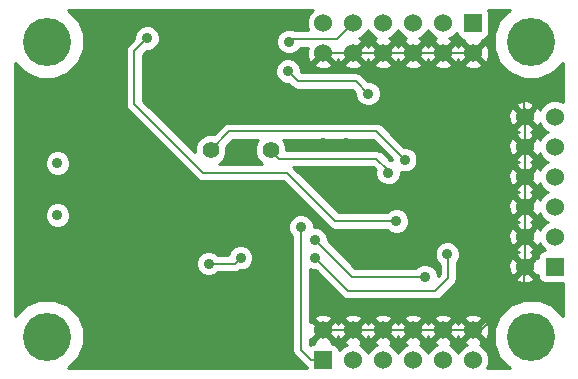
<source format=gbl>
G04 (created by PCBNEW-RS274X (2012-01-19 BZR 3256)-stable) date Wed 26 Sep 2012 03:22:15 PM NZST*
G01*
G70*
G90*
%MOIN*%
G04 Gerber Fmt 3.4, Leading zero omitted, Abs format*
%FSLAX34Y34*%
G04 APERTURE LIST*
%ADD10C,0.006000*%
%ADD11R,0.060000X0.060000*%
%ADD12C,0.060000*%
%ADD13C,0.056000*%
%ADD14C,0.160000*%
%ADD15C,0.035400*%
%ADD16C,0.035000*%
%ADD17C,0.008000*%
%ADD18C,0.010000*%
G04 APERTURE END LIST*
G54D10*
G54D11*
X48296Y-28877D03*
G54D12*
X47296Y-28877D03*
X48296Y-27877D03*
X47296Y-27877D03*
X48296Y-26877D03*
X47296Y-26877D03*
X48296Y-25877D03*
X47296Y-25877D03*
X48296Y-24877D03*
X47296Y-24877D03*
X48296Y-23877D03*
X47296Y-23877D03*
G54D11*
X40571Y-31995D03*
G54D12*
X40571Y-30995D03*
X41571Y-31995D03*
X41571Y-30995D03*
X42571Y-31995D03*
X42571Y-30995D03*
X43571Y-31995D03*
X43571Y-30995D03*
X44571Y-31995D03*
X44571Y-30995D03*
X45571Y-31995D03*
X45571Y-30995D03*
G54D11*
X45571Y-20759D03*
G54D12*
X45571Y-21759D03*
X44571Y-20759D03*
X44571Y-21759D03*
X43571Y-20759D03*
X43571Y-21759D03*
X42571Y-20759D03*
X42571Y-21759D03*
X41571Y-20759D03*
X41571Y-21759D03*
X40571Y-20759D03*
X40571Y-21759D03*
G54D13*
X36823Y-24995D03*
X38823Y-24995D03*
G54D14*
X47508Y-31216D03*
X31366Y-21374D03*
X47508Y-21374D03*
X31366Y-31216D03*
G54D15*
X31720Y-27161D03*
X31720Y-25429D03*
G54D16*
X44713Y-28460D03*
X40303Y-28578D03*
X40303Y-27988D03*
X43965Y-29208D03*
X39437Y-21374D03*
X39397Y-22358D03*
X42075Y-23106D03*
X34712Y-21256D03*
X43020Y-27358D03*
X39831Y-27554D03*
X30775Y-23146D03*
X32941Y-31807D03*
X30775Y-29642D03*
X38138Y-31965D03*
X35303Y-20587D03*
X33138Y-20783D03*
X39437Y-31453D03*
X33610Y-28303D03*
X33610Y-28933D03*
X37823Y-27200D03*
X36288Y-23421D03*
X40303Y-29130D03*
X40579Y-24760D03*
X40579Y-23421D03*
X41327Y-24760D03*
X34752Y-26216D03*
X37862Y-24957D03*
X39673Y-23421D03*
X41366Y-23421D03*
X43295Y-25310D03*
X36760Y-28775D03*
X37823Y-28578D03*
X42744Y-25743D03*
G54D17*
X44320Y-29680D02*
X41405Y-29680D01*
X44752Y-29248D02*
X44320Y-29680D01*
X44752Y-28499D02*
X44752Y-29248D01*
X44713Y-28460D02*
X44752Y-28499D01*
X41405Y-29680D02*
X40303Y-28578D01*
X40304Y-27988D02*
X40303Y-27988D01*
X41524Y-29208D02*
X40304Y-27988D01*
X43965Y-29208D02*
X41524Y-29208D01*
X41043Y-21287D02*
X39524Y-21287D01*
X39524Y-21287D02*
X39437Y-21374D01*
X41035Y-21295D02*
X41043Y-21287D01*
X41043Y-21287D02*
X41571Y-20759D01*
X39732Y-22693D02*
X39397Y-22358D01*
X41662Y-22693D02*
X42075Y-23106D01*
X41642Y-22673D02*
X41662Y-22693D01*
X41662Y-22693D02*
X39732Y-22693D01*
X41563Y-27358D02*
X40972Y-27358D01*
X34279Y-21689D02*
X34712Y-21256D01*
X34279Y-23460D02*
X34279Y-21689D01*
X36563Y-25744D02*
X34279Y-23460D01*
X39358Y-25744D02*
X36563Y-25744D01*
X40972Y-27358D02*
X39358Y-25744D01*
X43020Y-27358D02*
X41563Y-27358D01*
X41563Y-27358D02*
X41524Y-27358D01*
X40177Y-31995D02*
X39831Y-31649D01*
X39831Y-31649D02*
X39831Y-27554D01*
X40571Y-31995D02*
X40177Y-31995D01*
X32351Y-29642D02*
X30775Y-29642D01*
X32941Y-30232D02*
X32351Y-29642D01*
X32941Y-31807D02*
X32941Y-30232D01*
X30775Y-29642D02*
X30775Y-23146D01*
X33138Y-20783D02*
X33334Y-20587D01*
X35303Y-20587D02*
X33334Y-20587D01*
X39437Y-31453D02*
X39437Y-31492D01*
X40571Y-21759D02*
X41571Y-21759D01*
X45658Y-21759D02*
X45571Y-21759D01*
X44571Y-21759D02*
X45571Y-21759D01*
X44571Y-30995D02*
X45571Y-30995D01*
X45571Y-30995D02*
X45586Y-30980D01*
X47296Y-26877D02*
X47296Y-27877D01*
X47296Y-27877D02*
X47296Y-28877D01*
X47296Y-28877D02*
X47272Y-28901D01*
X47272Y-28901D02*
X47272Y-29562D01*
X47272Y-29562D02*
X45839Y-30995D01*
X45839Y-30995D02*
X45571Y-30995D01*
X43571Y-21759D02*
X44571Y-21759D01*
X42571Y-21759D02*
X43571Y-21759D01*
X40571Y-30995D02*
X41571Y-30995D01*
X41571Y-30995D02*
X42571Y-30995D01*
X42571Y-30995D02*
X43571Y-30995D01*
X43571Y-30995D02*
X44571Y-30995D01*
X41571Y-21759D02*
X42571Y-21759D01*
X37823Y-27200D02*
X35146Y-27200D01*
X41327Y-24760D02*
X40579Y-24760D01*
X34752Y-26806D02*
X34752Y-26216D01*
X35146Y-27200D02*
X34752Y-26806D01*
X36288Y-23421D02*
X36272Y-23405D01*
X47284Y-23385D02*
X45658Y-21759D01*
X47284Y-23865D02*
X47284Y-23385D01*
X47296Y-23877D02*
X47284Y-23865D01*
X47296Y-24877D02*
X47296Y-23877D01*
X47296Y-26877D02*
X47296Y-25877D01*
X47296Y-25877D02*
X47296Y-24877D01*
X40579Y-23421D02*
X41366Y-23421D01*
X39673Y-23421D02*
X40579Y-23421D01*
X43295Y-25310D02*
X42350Y-24365D01*
X42350Y-24365D02*
X37453Y-24365D01*
X37453Y-24365D02*
X36823Y-24995D01*
X37626Y-28775D02*
X36760Y-28775D01*
X37823Y-28578D02*
X37626Y-28775D01*
X42744Y-25743D02*
X42744Y-25666D01*
X39100Y-25272D02*
X38823Y-24995D01*
X42350Y-25272D02*
X39100Y-25272D01*
X42744Y-25666D02*
X42350Y-25272D01*
G54D10*
G36*
X38546Y-25454D02*
X37098Y-25454D01*
X37123Y-25444D01*
X37272Y-25296D01*
X37353Y-25101D01*
X37353Y-24890D01*
X37348Y-24879D01*
X37573Y-24655D01*
X38413Y-24655D01*
X38374Y-24694D01*
X38293Y-24889D01*
X38293Y-25100D01*
X38374Y-25295D01*
X38522Y-25444D01*
X38546Y-25454D01*
X38546Y-25454D01*
G37*
G54D18*
X38546Y-25454D02*
X37098Y-25454D01*
X37123Y-25444D01*
X37272Y-25296D01*
X37353Y-25101D01*
X37353Y-24890D01*
X37348Y-24879D01*
X37573Y-24655D01*
X38413Y-24655D01*
X38374Y-24694D01*
X38293Y-24889D01*
X38293Y-25100D01*
X38374Y-25295D01*
X38522Y-25444D01*
X38546Y-25454D01*
G54D10*
G36*
X42870Y-25335D02*
X42829Y-25318D01*
X42806Y-25318D01*
X42555Y-25067D01*
X42461Y-25004D01*
X42350Y-24982D01*
X39353Y-24982D01*
X39353Y-24890D01*
X39272Y-24695D01*
X39232Y-24655D01*
X42230Y-24655D01*
X42870Y-25295D01*
X42870Y-25335D01*
X42870Y-25335D01*
G37*
G54D18*
X42870Y-25335D02*
X42829Y-25318D01*
X42806Y-25318D01*
X42555Y-25067D01*
X42461Y-25004D01*
X42350Y-24982D01*
X39353Y-24982D01*
X39353Y-24890D01*
X39272Y-24695D01*
X39232Y-24655D01*
X42230Y-24655D01*
X42870Y-25295D01*
X42870Y-25335D01*
G54D10*
G36*
X48561Y-30510D02*
X48214Y-30162D01*
X47757Y-29973D01*
X47604Y-29972D01*
X47604Y-29255D01*
X47296Y-28948D01*
X47225Y-29018D01*
X47225Y-28877D01*
X46918Y-28569D01*
X46824Y-28596D01*
X46753Y-28798D01*
X46764Y-29011D01*
X46824Y-29158D01*
X46918Y-29185D01*
X47225Y-28877D01*
X47225Y-29018D01*
X46988Y-29255D01*
X47015Y-29349D01*
X47217Y-29420D01*
X47430Y-29409D01*
X47577Y-29349D01*
X47604Y-29255D01*
X47604Y-29972D01*
X47262Y-29972D01*
X46805Y-30161D01*
X46454Y-30510D01*
X46265Y-30967D01*
X46264Y-31462D01*
X46453Y-31919D01*
X46801Y-32269D01*
X46051Y-32269D01*
X46120Y-32104D01*
X46120Y-31886D01*
X46114Y-31871D01*
X46114Y-31074D01*
X46114Y-21838D01*
X46103Y-21625D01*
X46043Y-21478D01*
X45949Y-21451D01*
X45642Y-21759D01*
X45949Y-22067D01*
X46043Y-22040D01*
X46114Y-21838D01*
X46114Y-31074D01*
X46103Y-30861D01*
X46043Y-30714D01*
X45949Y-30687D01*
X45879Y-30757D01*
X45879Y-30617D01*
X45879Y-22137D01*
X45571Y-21830D01*
X45500Y-21900D01*
X45500Y-21759D01*
X45193Y-21451D01*
X45099Y-21478D01*
X45073Y-21551D01*
X45043Y-21478D01*
X44949Y-21451D01*
X44642Y-21759D01*
X44949Y-22067D01*
X45043Y-22040D01*
X45068Y-21966D01*
X45099Y-22040D01*
X45193Y-22067D01*
X45500Y-21759D01*
X45500Y-21900D01*
X45263Y-22137D01*
X45290Y-22231D01*
X45492Y-22302D01*
X45705Y-22291D01*
X45852Y-22231D01*
X45879Y-22137D01*
X45879Y-30617D01*
X45852Y-30523D01*
X45650Y-30452D01*
X45437Y-30463D01*
X45290Y-30523D01*
X45263Y-30617D01*
X45571Y-30924D01*
X45879Y-30617D01*
X45879Y-30757D01*
X45642Y-30995D01*
X45949Y-31303D01*
X46043Y-31276D01*
X46114Y-31074D01*
X46114Y-31871D01*
X46036Y-31684D01*
X45882Y-31530D01*
X45790Y-31492D01*
X45852Y-31467D01*
X45879Y-31373D01*
X45571Y-31066D01*
X45500Y-31136D01*
X45500Y-30995D01*
X45193Y-30687D01*
X45099Y-30714D01*
X45073Y-30787D01*
X45043Y-30714D01*
X44949Y-30687D01*
X44879Y-30757D01*
X44879Y-30617D01*
X44852Y-30523D01*
X44650Y-30452D01*
X44437Y-30463D01*
X44290Y-30523D01*
X44263Y-30617D01*
X44571Y-30924D01*
X44879Y-30617D01*
X44879Y-30757D01*
X44642Y-30995D01*
X44949Y-31303D01*
X45043Y-31276D01*
X45068Y-31202D01*
X45099Y-31276D01*
X45193Y-31303D01*
X45500Y-30995D01*
X45500Y-31136D01*
X45263Y-31373D01*
X45290Y-31467D01*
X45355Y-31490D01*
X45260Y-31530D01*
X45106Y-31684D01*
X45071Y-31768D01*
X45036Y-31684D01*
X44882Y-31530D01*
X44790Y-31492D01*
X44852Y-31467D01*
X44879Y-31373D01*
X44571Y-31066D01*
X44500Y-31136D01*
X44500Y-30995D01*
X44193Y-30687D01*
X44099Y-30714D01*
X44073Y-30787D01*
X44043Y-30714D01*
X43949Y-30687D01*
X43879Y-30757D01*
X43879Y-30617D01*
X43852Y-30523D01*
X43650Y-30452D01*
X43437Y-30463D01*
X43290Y-30523D01*
X43263Y-30617D01*
X43571Y-30924D01*
X43879Y-30617D01*
X43879Y-30757D01*
X43642Y-30995D01*
X43949Y-31303D01*
X44043Y-31276D01*
X44068Y-31202D01*
X44099Y-31276D01*
X44193Y-31303D01*
X44500Y-30995D01*
X44500Y-31136D01*
X44263Y-31373D01*
X44290Y-31467D01*
X44355Y-31490D01*
X44260Y-31530D01*
X44106Y-31684D01*
X44071Y-31768D01*
X44036Y-31684D01*
X43882Y-31530D01*
X43790Y-31492D01*
X43852Y-31467D01*
X43879Y-31373D01*
X43571Y-31066D01*
X43500Y-31136D01*
X43500Y-30995D01*
X43193Y-30687D01*
X43099Y-30714D01*
X43073Y-30787D01*
X43043Y-30714D01*
X42949Y-30687D01*
X42879Y-30757D01*
X42879Y-30617D01*
X42852Y-30523D01*
X42650Y-30452D01*
X42437Y-30463D01*
X42290Y-30523D01*
X42263Y-30617D01*
X42571Y-30924D01*
X42879Y-30617D01*
X42879Y-30757D01*
X42642Y-30995D01*
X42949Y-31303D01*
X43043Y-31276D01*
X43068Y-31202D01*
X43099Y-31276D01*
X43193Y-31303D01*
X43500Y-30995D01*
X43500Y-31136D01*
X43263Y-31373D01*
X43290Y-31467D01*
X43355Y-31490D01*
X43260Y-31530D01*
X43106Y-31684D01*
X43071Y-31768D01*
X43036Y-31684D01*
X42882Y-31530D01*
X42790Y-31492D01*
X42852Y-31467D01*
X42879Y-31373D01*
X42571Y-31066D01*
X42500Y-31136D01*
X42500Y-30995D01*
X42193Y-30687D01*
X42099Y-30714D01*
X42073Y-30787D01*
X42043Y-30714D01*
X41949Y-30687D01*
X41879Y-30757D01*
X41879Y-30617D01*
X41852Y-30523D01*
X41650Y-30452D01*
X41437Y-30463D01*
X41290Y-30523D01*
X41263Y-30617D01*
X41571Y-30924D01*
X41879Y-30617D01*
X41879Y-30757D01*
X41642Y-30995D01*
X41949Y-31303D01*
X42043Y-31276D01*
X42068Y-31202D01*
X42099Y-31276D01*
X42193Y-31303D01*
X42500Y-30995D01*
X42500Y-31136D01*
X42263Y-31373D01*
X42290Y-31467D01*
X42355Y-31490D01*
X42260Y-31530D01*
X42106Y-31684D01*
X42071Y-31768D01*
X42036Y-31684D01*
X41882Y-31530D01*
X41790Y-31492D01*
X41852Y-31467D01*
X41879Y-31373D01*
X41571Y-31066D01*
X41500Y-31136D01*
X41500Y-30995D01*
X41193Y-30687D01*
X41099Y-30714D01*
X41073Y-30787D01*
X41043Y-30714D01*
X40949Y-30687D01*
X40879Y-30757D01*
X40879Y-30617D01*
X40852Y-30523D01*
X40650Y-30452D01*
X40437Y-30463D01*
X40290Y-30523D01*
X40263Y-30617D01*
X40571Y-30924D01*
X40879Y-30617D01*
X40879Y-30757D01*
X40642Y-30995D01*
X40949Y-31303D01*
X41043Y-31276D01*
X41068Y-31202D01*
X41099Y-31276D01*
X41193Y-31303D01*
X41500Y-30995D01*
X41500Y-31136D01*
X41263Y-31373D01*
X41290Y-31467D01*
X41355Y-31490D01*
X41260Y-31530D01*
X41120Y-31670D01*
X41120Y-31646D01*
X41082Y-31554D01*
X41012Y-31484D01*
X40921Y-31446D01*
X40858Y-31446D01*
X40879Y-31373D01*
X40571Y-31066D01*
X40263Y-31373D01*
X40283Y-31446D01*
X40222Y-31446D01*
X40130Y-31484D01*
X40121Y-31493D01*
X40121Y-31282D01*
X40193Y-31303D01*
X40500Y-30995D01*
X40193Y-30687D01*
X40121Y-30707D01*
X40121Y-28962D01*
X40218Y-29003D01*
X40318Y-29003D01*
X41200Y-29885D01*
X41294Y-29948D01*
X41405Y-29970D01*
X44320Y-29970D01*
X44431Y-29948D01*
X44525Y-29885D01*
X44956Y-29454D01*
X44956Y-29453D01*
X44957Y-29453D01*
X45019Y-29360D01*
X45020Y-29359D01*
X45041Y-29249D01*
X45042Y-29248D01*
X45042Y-28732D01*
X45073Y-28701D01*
X45138Y-28545D01*
X45138Y-28376D01*
X45074Y-28220D01*
X44954Y-28100D01*
X44879Y-28068D01*
X44879Y-22137D01*
X44571Y-21830D01*
X44500Y-21900D01*
X44500Y-21759D01*
X44193Y-21451D01*
X44099Y-21478D01*
X44073Y-21551D01*
X44043Y-21478D01*
X43949Y-21451D01*
X43642Y-21759D01*
X43949Y-22067D01*
X44043Y-22040D01*
X44068Y-21966D01*
X44099Y-22040D01*
X44193Y-22067D01*
X44500Y-21759D01*
X44500Y-21900D01*
X44263Y-22137D01*
X44290Y-22231D01*
X44492Y-22302D01*
X44705Y-22291D01*
X44852Y-22231D01*
X44879Y-22137D01*
X44879Y-28068D01*
X44798Y-28035D01*
X44629Y-28035D01*
X44473Y-28099D01*
X44353Y-28219D01*
X44288Y-28375D01*
X44288Y-28544D01*
X44352Y-28700D01*
X44462Y-28810D01*
X44462Y-29128D01*
X44390Y-29200D01*
X44390Y-29124D01*
X44326Y-28968D01*
X44206Y-28848D01*
X44050Y-28783D01*
X43881Y-28783D01*
X43879Y-28783D01*
X43879Y-22137D01*
X43571Y-21830D01*
X43500Y-21900D01*
X43500Y-21759D01*
X43193Y-21451D01*
X43099Y-21478D01*
X43073Y-21551D01*
X43043Y-21478D01*
X42949Y-21451D01*
X42642Y-21759D01*
X42949Y-22067D01*
X43043Y-22040D01*
X43068Y-21966D01*
X43099Y-22040D01*
X43193Y-22067D01*
X43500Y-21759D01*
X43500Y-21900D01*
X43263Y-22137D01*
X43290Y-22231D01*
X43492Y-22302D01*
X43705Y-22291D01*
X43852Y-22231D01*
X43879Y-22137D01*
X43879Y-28783D01*
X43725Y-28847D01*
X43720Y-28852D01*
X43720Y-25395D01*
X43720Y-25226D01*
X43656Y-25070D01*
X43536Y-24950D01*
X43380Y-24885D01*
X43280Y-24885D01*
X42879Y-24484D01*
X42879Y-22137D01*
X42571Y-21830D01*
X42500Y-21900D01*
X42500Y-21759D01*
X42193Y-21451D01*
X42099Y-21478D01*
X42073Y-21551D01*
X42043Y-21478D01*
X41949Y-21451D01*
X41642Y-21759D01*
X41949Y-22067D01*
X42043Y-22040D01*
X42068Y-21966D01*
X42099Y-22040D01*
X42193Y-22067D01*
X42500Y-21759D01*
X42500Y-21900D01*
X42263Y-22137D01*
X42290Y-22231D01*
X42492Y-22302D01*
X42705Y-22291D01*
X42852Y-22231D01*
X42879Y-22137D01*
X42879Y-24484D01*
X42555Y-24160D01*
X42500Y-24123D01*
X42500Y-23191D01*
X42500Y-23022D01*
X42436Y-22866D01*
X42316Y-22746D01*
X42160Y-22681D01*
X42060Y-22681D01*
X41879Y-22500D01*
X41879Y-22137D01*
X41571Y-21830D01*
X41263Y-22137D01*
X41290Y-22231D01*
X41492Y-22302D01*
X41705Y-22291D01*
X41852Y-22231D01*
X41879Y-22137D01*
X41879Y-22500D01*
X41867Y-22488D01*
X41847Y-22468D01*
X41753Y-22405D01*
X41642Y-22383D01*
X41541Y-22403D01*
X40879Y-22403D01*
X40879Y-22137D01*
X40571Y-21830D01*
X40263Y-22137D01*
X40290Y-22231D01*
X40492Y-22302D01*
X40705Y-22291D01*
X40852Y-22231D01*
X40879Y-22137D01*
X40879Y-22403D01*
X39852Y-22403D01*
X39822Y-22372D01*
X39822Y-22274D01*
X39758Y-22118D01*
X39638Y-21998D01*
X39482Y-21933D01*
X39313Y-21933D01*
X39157Y-21997D01*
X39037Y-22117D01*
X38972Y-22273D01*
X38972Y-22442D01*
X39036Y-22598D01*
X39156Y-22718D01*
X39312Y-22783D01*
X39411Y-22783D01*
X39526Y-22898D01*
X39527Y-22898D01*
X39589Y-22939D01*
X39620Y-22960D01*
X39621Y-22961D01*
X39731Y-22982D01*
X39732Y-22983D01*
X41542Y-22983D01*
X41650Y-23091D01*
X41650Y-23190D01*
X41714Y-23346D01*
X41834Y-23466D01*
X41990Y-23531D01*
X42159Y-23531D01*
X42315Y-23467D01*
X42435Y-23347D01*
X42500Y-23191D01*
X42500Y-24123D01*
X42461Y-24097D01*
X42350Y-24075D01*
X37453Y-24075D01*
X37342Y-24097D01*
X37248Y-24160D01*
X37247Y-24160D01*
X37247Y-24161D01*
X36938Y-24469D01*
X36929Y-24465D01*
X36718Y-24465D01*
X36523Y-24546D01*
X36374Y-24694D01*
X36293Y-24889D01*
X36293Y-25064D01*
X34569Y-23340D01*
X34569Y-21809D01*
X34697Y-21681D01*
X34796Y-21681D01*
X34952Y-21617D01*
X35072Y-21497D01*
X35137Y-21341D01*
X35137Y-21172D01*
X35073Y-21016D01*
X34953Y-20896D01*
X34797Y-20831D01*
X34628Y-20831D01*
X34472Y-20895D01*
X34352Y-21015D01*
X34287Y-21171D01*
X34287Y-21271D01*
X34074Y-21484D01*
X34011Y-21578D01*
X33989Y-21689D01*
X33989Y-23460D01*
X34011Y-23571D01*
X34074Y-23665D01*
X36358Y-25949D01*
X36452Y-26012D01*
X36563Y-26034D01*
X39238Y-26034D01*
X40767Y-27563D01*
X40861Y-27626D01*
X40972Y-27648D01*
X41524Y-27648D01*
X41563Y-27648D01*
X42709Y-27648D01*
X42779Y-27718D01*
X42935Y-27783D01*
X43104Y-27783D01*
X43260Y-27719D01*
X43380Y-27599D01*
X43445Y-27443D01*
X43445Y-27274D01*
X43381Y-27118D01*
X43261Y-26998D01*
X43105Y-26933D01*
X42936Y-26933D01*
X42780Y-26997D01*
X42709Y-27068D01*
X41563Y-27068D01*
X41524Y-27068D01*
X41092Y-27068D01*
X39586Y-25562D01*
X42230Y-25562D01*
X42321Y-25653D01*
X42319Y-25658D01*
X42319Y-25827D01*
X42383Y-25983D01*
X42503Y-26103D01*
X42659Y-26168D01*
X42828Y-26168D01*
X42984Y-26104D01*
X43104Y-25984D01*
X43169Y-25828D01*
X43169Y-25717D01*
X43210Y-25735D01*
X43379Y-25735D01*
X43535Y-25671D01*
X43655Y-25551D01*
X43720Y-25395D01*
X43720Y-28852D01*
X43654Y-28918D01*
X41644Y-28918D01*
X40728Y-28002D01*
X40728Y-27904D01*
X40664Y-27748D01*
X40544Y-27628D01*
X40388Y-27563D01*
X40256Y-27563D01*
X40256Y-27470D01*
X40192Y-27314D01*
X40072Y-27194D01*
X39916Y-27129D01*
X39747Y-27129D01*
X39591Y-27193D01*
X39471Y-27313D01*
X39406Y-27469D01*
X39406Y-27638D01*
X39470Y-27794D01*
X39541Y-27865D01*
X39541Y-31649D01*
X39563Y-31760D01*
X39626Y-31854D01*
X39972Y-32200D01*
X40022Y-32233D01*
X40022Y-32269D01*
X38248Y-32269D01*
X38248Y-28663D01*
X38248Y-28494D01*
X38184Y-28338D01*
X38064Y-28218D01*
X37908Y-28153D01*
X37739Y-28153D01*
X37583Y-28217D01*
X37463Y-28337D01*
X37401Y-28485D01*
X37071Y-28485D01*
X37001Y-28415D01*
X36845Y-28350D01*
X36676Y-28350D01*
X36520Y-28414D01*
X36400Y-28534D01*
X36335Y-28690D01*
X36335Y-28859D01*
X36399Y-29015D01*
X36519Y-29135D01*
X36675Y-29200D01*
X36844Y-29200D01*
X37000Y-29136D01*
X37071Y-29065D01*
X37626Y-29065D01*
X37737Y-29043D01*
X37796Y-29003D01*
X37907Y-29003D01*
X38063Y-28939D01*
X38183Y-28819D01*
X38248Y-28663D01*
X38248Y-32269D01*
X32071Y-32269D01*
X32420Y-31922D01*
X32609Y-31465D01*
X32610Y-30970D01*
X32421Y-30513D01*
X32147Y-30237D01*
X32147Y-27247D01*
X32147Y-27077D01*
X32147Y-25515D01*
X32147Y-25345D01*
X32082Y-25188D01*
X31963Y-25068D01*
X31806Y-25002D01*
X31636Y-25002D01*
X31479Y-25067D01*
X31359Y-25186D01*
X31293Y-25343D01*
X31293Y-25513D01*
X31358Y-25670D01*
X31477Y-25790D01*
X31634Y-25856D01*
X31804Y-25856D01*
X31961Y-25791D01*
X32081Y-25672D01*
X32147Y-25515D01*
X32147Y-27077D01*
X32082Y-26920D01*
X31963Y-26800D01*
X31806Y-26734D01*
X31636Y-26734D01*
X31479Y-26799D01*
X31359Y-26918D01*
X31293Y-27075D01*
X31293Y-27245D01*
X31358Y-27402D01*
X31477Y-27522D01*
X31634Y-27588D01*
X31804Y-27588D01*
X31961Y-27523D01*
X32081Y-27404D01*
X32147Y-27247D01*
X32147Y-30237D01*
X32072Y-30162D01*
X31615Y-29973D01*
X31120Y-29972D01*
X30663Y-30161D01*
X30313Y-30509D01*
X30313Y-22079D01*
X30660Y-22428D01*
X31117Y-22617D01*
X31612Y-22618D01*
X32069Y-22429D01*
X32420Y-22080D01*
X32609Y-21623D01*
X32610Y-21128D01*
X32421Y-20671D01*
X32072Y-20321D01*
X40233Y-20321D01*
X40106Y-20448D01*
X40022Y-20650D01*
X40022Y-20868D01*
X40075Y-20997D01*
X39637Y-20997D01*
X39522Y-20949D01*
X39353Y-20949D01*
X39197Y-21013D01*
X39077Y-21133D01*
X39012Y-21289D01*
X39012Y-21458D01*
X39076Y-21614D01*
X39196Y-21734D01*
X39352Y-21799D01*
X39521Y-21799D01*
X39677Y-21735D01*
X39797Y-21615D01*
X39812Y-21577D01*
X40064Y-21577D01*
X40028Y-21680D01*
X40039Y-21893D01*
X40099Y-22040D01*
X40193Y-22067D01*
X40465Y-21794D01*
X40500Y-21759D01*
X40571Y-21688D01*
X40642Y-21759D01*
X40677Y-21794D01*
X40949Y-22067D01*
X41043Y-22040D01*
X41068Y-21966D01*
X41099Y-22040D01*
X41193Y-22067D01*
X41465Y-21794D01*
X41500Y-21759D01*
X41571Y-21688D01*
X41606Y-21653D01*
X41879Y-21381D01*
X41852Y-21287D01*
X41786Y-21263D01*
X41882Y-21224D01*
X42036Y-21070D01*
X42071Y-20985D01*
X42106Y-21070D01*
X42260Y-21224D01*
X42351Y-21261D01*
X42290Y-21287D01*
X42263Y-21381D01*
X42571Y-21688D01*
X42879Y-21381D01*
X42852Y-21287D01*
X42786Y-21263D01*
X42882Y-21224D01*
X43036Y-21070D01*
X43071Y-20985D01*
X43106Y-21070D01*
X43260Y-21224D01*
X43351Y-21261D01*
X43290Y-21287D01*
X43263Y-21381D01*
X43571Y-21688D01*
X43879Y-21381D01*
X43852Y-21287D01*
X43786Y-21263D01*
X43882Y-21224D01*
X44036Y-21070D01*
X44071Y-20985D01*
X44106Y-21070D01*
X44260Y-21224D01*
X44351Y-21261D01*
X44290Y-21287D01*
X44263Y-21381D01*
X44571Y-21688D01*
X44879Y-21381D01*
X44852Y-21287D01*
X44786Y-21263D01*
X44882Y-21224D01*
X45022Y-21084D01*
X45022Y-21108D01*
X45060Y-21200D01*
X45130Y-21270D01*
X45221Y-21308D01*
X45283Y-21308D01*
X45263Y-21381D01*
X45571Y-21688D01*
X45879Y-21381D01*
X45858Y-21308D01*
X45920Y-21308D01*
X46012Y-21270D01*
X46082Y-21200D01*
X46120Y-21109D01*
X46120Y-21010D01*
X46120Y-20410D01*
X46083Y-20321D01*
X46802Y-20321D01*
X46454Y-20668D01*
X46265Y-21125D01*
X46264Y-21620D01*
X46453Y-22077D01*
X46802Y-22428D01*
X47259Y-22617D01*
X47754Y-22618D01*
X48211Y-22429D01*
X48561Y-22080D01*
X48561Y-23392D01*
X48405Y-23328D01*
X48187Y-23328D01*
X47985Y-23412D01*
X47831Y-23566D01*
X47793Y-23657D01*
X47768Y-23596D01*
X47674Y-23569D01*
X47604Y-23639D01*
X47604Y-23499D01*
X47577Y-23405D01*
X47375Y-23334D01*
X47162Y-23345D01*
X47015Y-23405D01*
X46988Y-23499D01*
X47296Y-23806D01*
X47604Y-23499D01*
X47604Y-23639D01*
X47367Y-23877D01*
X47674Y-24185D01*
X47768Y-24158D01*
X47791Y-24092D01*
X47831Y-24188D01*
X47985Y-24342D01*
X48069Y-24377D01*
X47985Y-24412D01*
X47831Y-24566D01*
X47793Y-24657D01*
X47768Y-24596D01*
X47674Y-24569D01*
X47604Y-24639D01*
X47604Y-24499D01*
X47577Y-24405D01*
X47503Y-24379D01*
X47577Y-24349D01*
X47604Y-24255D01*
X47296Y-23948D01*
X47225Y-24018D01*
X47225Y-23877D01*
X46918Y-23569D01*
X46824Y-23596D01*
X46753Y-23798D01*
X46764Y-24011D01*
X46824Y-24158D01*
X46918Y-24185D01*
X47225Y-23877D01*
X47225Y-24018D01*
X46988Y-24255D01*
X47015Y-24349D01*
X47088Y-24374D01*
X47015Y-24405D01*
X46988Y-24499D01*
X47296Y-24806D01*
X47604Y-24499D01*
X47604Y-24639D01*
X47367Y-24877D01*
X47674Y-25185D01*
X47768Y-25158D01*
X47791Y-25092D01*
X47831Y-25188D01*
X47985Y-25342D01*
X48069Y-25377D01*
X47985Y-25412D01*
X47831Y-25566D01*
X47793Y-25657D01*
X47768Y-25596D01*
X47674Y-25569D01*
X47604Y-25639D01*
X47604Y-25499D01*
X47577Y-25405D01*
X47503Y-25379D01*
X47577Y-25349D01*
X47604Y-25255D01*
X47296Y-24948D01*
X47225Y-25018D01*
X47225Y-24877D01*
X46918Y-24569D01*
X46824Y-24596D01*
X46753Y-24798D01*
X46764Y-25011D01*
X46824Y-25158D01*
X46918Y-25185D01*
X47225Y-24877D01*
X47225Y-25018D01*
X46988Y-25255D01*
X47015Y-25349D01*
X47088Y-25374D01*
X47015Y-25405D01*
X46988Y-25499D01*
X47296Y-25806D01*
X47604Y-25499D01*
X47604Y-25639D01*
X47367Y-25877D01*
X47674Y-26185D01*
X47768Y-26158D01*
X47791Y-26092D01*
X47831Y-26188D01*
X47985Y-26342D01*
X48069Y-26377D01*
X47985Y-26412D01*
X47831Y-26566D01*
X47793Y-26657D01*
X47768Y-26596D01*
X47674Y-26569D01*
X47604Y-26639D01*
X47604Y-26499D01*
X47577Y-26405D01*
X47503Y-26379D01*
X47577Y-26349D01*
X47604Y-26255D01*
X47296Y-25948D01*
X47225Y-26018D01*
X47225Y-25877D01*
X46918Y-25569D01*
X46824Y-25596D01*
X46753Y-25798D01*
X46764Y-26011D01*
X46824Y-26158D01*
X46918Y-26185D01*
X47225Y-25877D01*
X47225Y-26018D01*
X46988Y-26255D01*
X47015Y-26349D01*
X47088Y-26374D01*
X47015Y-26405D01*
X46988Y-26499D01*
X47296Y-26806D01*
X47604Y-26499D01*
X47604Y-26639D01*
X47367Y-26877D01*
X47674Y-27185D01*
X47768Y-27158D01*
X47791Y-27092D01*
X47831Y-27188D01*
X47985Y-27342D01*
X48069Y-27377D01*
X47985Y-27412D01*
X47831Y-27566D01*
X47793Y-27657D01*
X47768Y-27596D01*
X47674Y-27569D01*
X47604Y-27639D01*
X47604Y-27499D01*
X47577Y-27405D01*
X47503Y-27379D01*
X47577Y-27349D01*
X47604Y-27255D01*
X47296Y-26948D01*
X47225Y-27018D01*
X47225Y-26877D01*
X46918Y-26569D01*
X46824Y-26596D01*
X46753Y-26798D01*
X46764Y-27011D01*
X46824Y-27158D01*
X46918Y-27185D01*
X47225Y-26877D01*
X47225Y-27018D01*
X46988Y-27255D01*
X47015Y-27349D01*
X47088Y-27374D01*
X47015Y-27405D01*
X46988Y-27499D01*
X47296Y-27806D01*
X47604Y-27499D01*
X47604Y-27639D01*
X47367Y-27877D01*
X47674Y-28185D01*
X47768Y-28158D01*
X47791Y-28092D01*
X47831Y-28188D01*
X47971Y-28328D01*
X47947Y-28328D01*
X47855Y-28366D01*
X47785Y-28436D01*
X47747Y-28527D01*
X47747Y-28589D01*
X47674Y-28569D01*
X47604Y-28639D01*
X47604Y-28499D01*
X47577Y-28405D01*
X47503Y-28379D01*
X47577Y-28349D01*
X47604Y-28255D01*
X47296Y-27948D01*
X47225Y-28018D01*
X47225Y-27877D01*
X46918Y-27569D01*
X46824Y-27596D01*
X46753Y-27798D01*
X46764Y-28011D01*
X46824Y-28158D01*
X46918Y-28185D01*
X47225Y-27877D01*
X47225Y-28018D01*
X46988Y-28255D01*
X47015Y-28349D01*
X47088Y-28374D01*
X47015Y-28405D01*
X46988Y-28499D01*
X47296Y-28806D01*
X47604Y-28499D01*
X47604Y-28639D01*
X47367Y-28877D01*
X47674Y-29185D01*
X47747Y-29164D01*
X47747Y-29226D01*
X47785Y-29318D01*
X47855Y-29388D01*
X47946Y-29426D01*
X48045Y-29426D01*
X48561Y-29426D01*
X48561Y-30510D01*
X48561Y-30510D01*
G37*
G54D18*
X48561Y-30510D02*
X48214Y-30162D01*
X47757Y-29973D01*
X47604Y-29972D01*
X47604Y-29255D01*
X47296Y-28948D01*
X47225Y-29018D01*
X47225Y-28877D01*
X46918Y-28569D01*
X46824Y-28596D01*
X46753Y-28798D01*
X46764Y-29011D01*
X46824Y-29158D01*
X46918Y-29185D01*
X47225Y-28877D01*
X47225Y-29018D01*
X46988Y-29255D01*
X47015Y-29349D01*
X47217Y-29420D01*
X47430Y-29409D01*
X47577Y-29349D01*
X47604Y-29255D01*
X47604Y-29972D01*
X47262Y-29972D01*
X46805Y-30161D01*
X46454Y-30510D01*
X46265Y-30967D01*
X46264Y-31462D01*
X46453Y-31919D01*
X46801Y-32269D01*
X46051Y-32269D01*
X46120Y-32104D01*
X46120Y-31886D01*
X46114Y-31871D01*
X46114Y-31074D01*
X46114Y-21838D01*
X46103Y-21625D01*
X46043Y-21478D01*
X45949Y-21451D01*
X45642Y-21759D01*
X45949Y-22067D01*
X46043Y-22040D01*
X46114Y-21838D01*
X46114Y-31074D01*
X46103Y-30861D01*
X46043Y-30714D01*
X45949Y-30687D01*
X45879Y-30757D01*
X45879Y-30617D01*
X45879Y-22137D01*
X45571Y-21830D01*
X45500Y-21900D01*
X45500Y-21759D01*
X45193Y-21451D01*
X45099Y-21478D01*
X45073Y-21551D01*
X45043Y-21478D01*
X44949Y-21451D01*
X44642Y-21759D01*
X44949Y-22067D01*
X45043Y-22040D01*
X45068Y-21966D01*
X45099Y-22040D01*
X45193Y-22067D01*
X45500Y-21759D01*
X45500Y-21900D01*
X45263Y-22137D01*
X45290Y-22231D01*
X45492Y-22302D01*
X45705Y-22291D01*
X45852Y-22231D01*
X45879Y-22137D01*
X45879Y-30617D01*
X45852Y-30523D01*
X45650Y-30452D01*
X45437Y-30463D01*
X45290Y-30523D01*
X45263Y-30617D01*
X45571Y-30924D01*
X45879Y-30617D01*
X45879Y-30757D01*
X45642Y-30995D01*
X45949Y-31303D01*
X46043Y-31276D01*
X46114Y-31074D01*
X46114Y-31871D01*
X46036Y-31684D01*
X45882Y-31530D01*
X45790Y-31492D01*
X45852Y-31467D01*
X45879Y-31373D01*
X45571Y-31066D01*
X45500Y-31136D01*
X45500Y-30995D01*
X45193Y-30687D01*
X45099Y-30714D01*
X45073Y-30787D01*
X45043Y-30714D01*
X44949Y-30687D01*
X44879Y-30757D01*
X44879Y-30617D01*
X44852Y-30523D01*
X44650Y-30452D01*
X44437Y-30463D01*
X44290Y-30523D01*
X44263Y-30617D01*
X44571Y-30924D01*
X44879Y-30617D01*
X44879Y-30757D01*
X44642Y-30995D01*
X44949Y-31303D01*
X45043Y-31276D01*
X45068Y-31202D01*
X45099Y-31276D01*
X45193Y-31303D01*
X45500Y-30995D01*
X45500Y-31136D01*
X45263Y-31373D01*
X45290Y-31467D01*
X45355Y-31490D01*
X45260Y-31530D01*
X45106Y-31684D01*
X45071Y-31768D01*
X45036Y-31684D01*
X44882Y-31530D01*
X44790Y-31492D01*
X44852Y-31467D01*
X44879Y-31373D01*
X44571Y-31066D01*
X44500Y-31136D01*
X44500Y-30995D01*
X44193Y-30687D01*
X44099Y-30714D01*
X44073Y-30787D01*
X44043Y-30714D01*
X43949Y-30687D01*
X43879Y-30757D01*
X43879Y-30617D01*
X43852Y-30523D01*
X43650Y-30452D01*
X43437Y-30463D01*
X43290Y-30523D01*
X43263Y-30617D01*
X43571Y-30924D01*
X43879Y-30617D01*
X43879Y-30757D01*
X43642Y-30995D01*
X43949Y-31303D01*
X44043Y-31276D01*
X44068Y-31202D01*
X44099Y-31276D01*
X44193Y-31303D01*
X44500Y-30995D01*
X44500Y-31136D01*
X44263Y-31373D01*
X44290Y-31467D01*
X44355Y-31490D01*
X44260Y-31530D01*
X44106Y-31684D01*
X44071Y-31768D01*
X44036Y-31684D01*
X43882Y-31530D01*
X43790Y-31492D01*
X43852Y-31467D01*
X43879Y-31373D01*
X43571Y-31066D01*
X43500Y-31136D01*
X43500Y-30995D01*
X43193Y-30687D01*
X43099Y-30714D01*
X43073Y-30787D01*
X43043Y-30714D01*
X42949Y-30687D01*
X42879Y-30757D01*
X42879Y-30617D01*
X42852Y-30523D01*
X42650Y-30452D01*
X42437Y-30463D01*
X42290Y-30523D01*
X42263Y-30617D01*
X42571Y-30924D01*
X42879Y-30617D01*
X42879Y-30757D01*
X42642Y-30995D01*
X42949Y-31303D01*
X43043Y-31276D01*
X43068Y-31202D01*
X43099Y-31276D01*
X43193Y-31303D01*
X43500Y-30995D01*
X43500Y-31136D01*
X43263Y-31373D01*
X43290Y-31467D01*
X43355Y-31490D01*
X43260Y-31530D01*
X43106Y-31684D01*
X43071Y-31768D01*
X43036Y-31684D01*
X42882Y-31530D01*
X42790Y-31492D01*
X42852Y-31467D01*
X42879Y-31373D01*
X42571Y-31066D01*
X42500Y-31136D01*
X42500Y-30995D01*
X42193Y-30687D01*
X42099Y-30714D01*
X42073Y-30787D01*
X42043Y-30714D01*
X41949Y-30687D01*
X41879Y-30757D01*
X41879Y-30617D01*
X41852Y-30523D01*
X41650Y-30452D01*
X41437Y-30463D01*
X41290Y-30523D01*
X41263Y-30617D01*
X41571Y-30924D01*
X41879Y-30617D01*
X41879Y-30757D01*
X41642Y-30995D01*
X41949Y-31303D01*
X42043Y-31276D01*
X42068Y-31202D01*
X42099Y-31276D01*
X42193Y-31303D01*
X42500Y-30995D01*
X42500Y-31136D01*
X42263Y-31373D01*
X42290Y-31467D01*
X42355Y-31490D01*
X42260Y-31530D01*
X42106Y-31684D01*
X42071Y-31768D01*
X42036Y-31684D01*
X41882Y-31530D01*
X41790Y-31492D01*
X41852Y-31467D01*
X41879Y-31373D01*
X41571Y-31066D01*
X41500Y-31136D01*
X41500Y-30995D01*
X41193Y-30687D01*
X41099Y-30714D01*
X41073Y-30787D01*
X41043Y-30714D01*
X40949Y-30687D01*
X40879Y-30757D01*
X40879Y-30617D01*
X40852Y-30523D01*
X40650Y-30452D01*
X40437Y-30463D01*
X40290Y-30523D01*
X40263Y-30617D01*
X40571Y-30924D01*
X40879Y-30617D01*
X40879Y-30757D01*
X40642Y-30995D01*
X40949Y-31303D01*
X41043Y-31276D01*
X41068Y-31202D01*
X41099Y-31276D01*
X41193Y-31303D01*
X41500Y-30995D01*
X41500Y-31136D01*
X41263Y-31373D01*
X41290Y-31467D01*
X41355Y-31490D01*
X41260Y-31530D01*
X41120Y-31670D01*
X41120Y-31646D01*
X41082Y-31554D01*
X41012Y-31484D01*
X40921Y-31446D01*
X40858Y-31446D01*
X40879Y-31373D01*
X40571Y-31066D01*
X40263Y-31373D01*
X40283Y-31446D01*
X40222Y-31446D01*
X40130Y-31484D01*
X40121Y-31493D01*
X40121Y-31282D01*
X40193Y-31303D01*
X40500Y-30995D01*
X40193Y-30687D01*
X40121Y-30707D01*
X40121Y-28962D01*
X40218Y-29003D01*
X40318Y-29003D01*
X41200Y-29885D01*
X41294Y-29948D01*
X41405Y-29970D01*
X44320Y-29970D01*
X44431Y-29948D01*
X44525Y-29885D01*
X44956Y-29454D01*
X44956Y-29453D01*
X44957Y-29453D01*
X45019Y-29360D01*
X45020Y-29359D01*
X45041Y-29249D01*
X45042Y-29248D01*
X45042Y-28732D01*
X45073Y-28701D01*
X45138Y-28545D01*
X45138Y-28376D01*
X45074Y-28220D01*
X44954Y-28100D01*
X44879Y-28068D01*
X44879Y-22137D01*
X44571Y-21830D01*
X44500Y-21900D01*
X44500Y-21759D01*
X44193Y-21451D01*
X44099Y-21478D01*
X44073Y-21551D01*
X44043Y-21478D01*
X43949Y-21451D01*
X43642Y-21759D01*
X43949Y-22067D01*
X44043Y-22040D01*
X44068Y-21966D01*
X44099Y-22040D01*
X44193Y-22067D01*
X44500Y-21759D01*
X44500Y-21900D01*
X44263Y-22137D01*
X44290Y-22231D01*
X44492Y-22302D01*
X44705Y-22291D01*
X44852Y-22231D01*
X44879Y-22137D01*
X44879Y-28068D01*
X44798Y-28035D01*
X44629Y-28035D01*
X44473Y-28099D01*
X44353Y-28219D01*
X44288Y-28375D01*
X44288Y-28544D01*
X44352Y-28700D01*
X44462Y-28810D01*
X44462Y-29128D01*
X44390Y-29200D01*
X44390Y-29124D01*
X44326Y-28968D01*
X44206Y-28848D01*
X44050Y-28783D01*
X43881Y-28783D01*
X43879Y-28783D01*
X43879Y-22137D01*
X43571Y-21830D01*
X43500Y-21900D01*
X43500Y-21759D01*
X43193Y-21451D01*
X43099Y-21478D01*
X43073Y-21551D01*
X43043Y-21478D01*
X42949Y-21451D01*
X42642Y-21759D01*
X42949Y-22067D01*
X43043Y-22040D01*
X43068Y-21966D01*
X43099Y-22040D01*
X43193Y-22067D01*
X43500Y-21759D01*
X43500Y-21900D01*
X43263Y-22137D01*
X43290Y-22231D01*
X43492Y-22302D01*
X43705Y-22291D01*
X43852Y-22231D01*
X43879Y-22137D01*
X43879Y-28783D01*
X43725Y-28847D01*
X43720Y-28852D01*
X43720Y-25395D01*
X43720Y-25226D01*
X43656Y-25070D01*
X43536Y-24950D01*
X43380Y-24885D01*
X43280Y-24885D01*
X42879Y-24484D01*
X42879Y-22137D01*
X42571Y-21830D01*
X42500Y-21900D01*
X42500Y-21759D01*
X42193Y-21451D01*
X42099Y-21478D01*
X42073Y-21551D01*
X42043Y-21478D01*
X41949Y-21451D01*
X41642Y-21759D01*
X41949Y-22067D01*
X42043Y-22040D01*
X42068Y-21966D01*
X42099Y-22040D01*
X42193Y-22067D01*
X42500Y-21759D01*
X42500Y-21900D01*
X42263Y-22137D01*
X42290Y-22231D01*
X42492Y-22302D01*
X42705Y-22291D01*
X42852Y-22231D01*
X42879Y-22137D01*
X42879Y-24484D01*
X42555Y-24160D01*
X42500Y-24123D01*
X42500Y-23191D01*
X42500Y-23022D01*
X42436Y-22866D01*
X42316Y-22746D01*
X42160Y-22681D01*
X42060Y-22681D01*
X41879Y-22500D01*
X41879Y-22137D01*
X41571Y-21830D01*
X41263Y-22137D01*
X41290Y-22231D01*
X41492Y-22302D01*
X41705Y-22291D01*
X41852Y-22231D01*
X41879Y-22137D01*
X41879Y-22500D01*
X41867Y-22488D01*
X41847Y-22468D01*
X41753Y-22405D01*
X41642Y-22383D01*
X41541Y-22403D01*
X40879Y-22403D01*
X40879Y-22137D01*
X40571Y-21830D01*
X40263Y-22137D01*
X40290Y-22231D01*
X40492Y-22302D01*
X40705Y-22291D01*
X40852Y-22231D01*
X40879Y-22137D01*
X40879Y-22403D01*
X39852Y-22403D01*
X39822Y-22372D01*
X39822Y-22274D01*
X39758Y-22118D01*
X39638Y-21998D01*
X39482Y-21933D01*
X39313Y-21933D01*
X39157Y-21997D01*
X39037Y-22117D01*
X38972Y-22273D01*
X38972Y-22442D01*
X39036Y-22598D01*
X39156Y-22718D01*
X39312Y-22783D01*
X39411Y-22783D01*
X39526Y-22898D01*
X39527Y-22898D01*
X39589Y-22939D01*
X39620Y-22960D01*
X39621Y-22961D01*
X39731Y-22982D01*
X39732Y-22983D01*
X41542Y-22983D01*
X41650Y-23091D01*
X41650Y-23190D01*
X41714Y-23346D01*
X41834Y-23466D01*
X41990Y-23531D01*
X42159Y-23531D01*
X42315Y-23467D01*
X42435Y-23347D01*
X42500Y-23191D01*
X42500Y-24123D01*
X42461Y-24097D01*
X42350Y-24075D01*
X37453Y-24075D01*
X37342Y-24097D01*
X37248Y-24160D01*
X37247Y-24160D01*
X37247Y-24161D01*
X36938Y-24469D01*
X36929Y-24465D01*
X36718Y-24465D01*
X36523Y-24546D01*
X36374Y-24694D01*
X36293Y-24889D01*
X36293Y-25064D01*
X34569Y-23340D01*
X34569Y-21809D01*
X34697Y-21681D01*
X34796Y-21681D01*
X34952Y-21617D01*
X35072Y-21497D01*
X35137Y-21341D01*
X35137Y-21172D01*
X35073Y-21016D01*
X34953Y-20896D01*
X34797Y-20831D01*
X34628Y-20831D01*
X34472Y-20895D01*
X34352Y-21015D01*
X34287Y-21171D01*
X34287Y-21271D01*
X34074Y-21484D01*
X34011Y-21578D01*
X33989Y-21689D01*
X33989Y-23460D01*
X34011Y-23571D01*
X34074Y-23665D01*
X36358Y-25949D01*
X36452Y-26012D01*
X36563Y-26034D01*
X39238Y-26034D01*
X40767Y-27563D01*
X40861Y-27626D01*
X40972Y-27648D01*
X41524Y-27648D01*
X41563Y-27648D01*
X42709Y-27648D01*
X42779Y-27718D01*
X42935Y-27783D01*
X43104Y-27783D01*
X43260Y-27719D01*
X43380Y-27599D01*
X43445Y-27443D01*
X43445Y-27274D01*
X43381Y-27118D01*
X43261Y-26998D01*
X43105Y-26933D01*
X42936Y-26933D01*
X42780Y-26997D01*
X42709Y-27068D01*
X41563Y-27068D01*
X41524Y-27068D01*
X41092Y-27068D01*
X39586Y-25562D01*
X42230Y-25562D01*
X42321Y-25653D01*
X42319Y-25658D01*
X42319Y-25827D01*
X42383Y-25983D01*
X42503Y-26103D01*
X42659Y-26168D01*
X42828Y-26168D01*
X42984Y-26104D01*
X43104Y-25984D01*
X43169Y-25828D01*
X43169Y-25717D01*
X43210Y-25735D01*
X43379Y-25735D01*
X43535Y-25671D01*
X43655Y-25551D01*
X43720Y-25395D01*
X43720Y-28852D01*
X43654Y-28918D01*
X41644Y-28918D01*
X40728Y-28002D01*
X40728Y-27904D01*
X40664Y-27748D01*
X40544Y-27628D01*
X40388Y-27563D01*
X40256Y-27563D01*
X40256Y-27470D01*
X40192Y-27314D01*
X40072Y-27194D01*
X39916Y-27129D01*
X39747Y-27129D01*
X39591Y-27193D01*
X39471Y-27313D01*
X39406Y-27469D01*
X39406Y-27638D01*
X39470Y-27794D01*
X39541Y-27865D01*
X39541Y-31649D01*
X39563Y-31760D01*
X39626Y-31854D01*
X39972Y-32200D01*
X40022Y-32233D01*
X40022Y-32269D01*
X38248Y-32269D01*
X38248Y-28663D01*
X38248Y-28494D01*
X38184Y-28338D01*
X38064Y-28218D01*
X37908Y-28153D01*
X37739Y-28153D01*
X37583Y-28217D01*
X37463Y-28337D01*
X37401Y-28485D01*
X37071Y-28485D01*
X37001Y-28415D01*
X36845Y-28350D01*
X36676Y-28350D01*
X36520Y-28414D01*
X36400Y-28534D01*
X36335Y-28690D01*
X36335Y-28859D01*
X36399Y-29015D01*
X36519Y-29135D01*
X36675Y-29200D01*
X36844Y-29200D01*
X37000Y-29136D01*
X37071Y-29065D01*
X37626Y-29065D01*
X37737Y-29043D01*
X37796Y-29003D01*
X37907Y-29003D01*
X38063Y-28939D01*
X38183Y-28819D01*
X38248Y-28663D01*
X38248Y-32269D01*
X32071Y-32269D01*
X32420Y-31922D01*
X32609Y-31465D01*
X32610Y-30970D01*
X32421Y-30513D01*
X32147Y-30237D01*
X32147Y-27247D01*
X32147Y-27077D01*
X32147Y-25515D01*
X32147Y-25345D01*
X32082Y-25188D01*
X31963Y-25068D01*
X31806Y-25002D01*
X31636Y-25002D01*
X31479Y-25067D01*
X31359Y-25186D01*
X31293Y-25343D01*
X31293Y-25513D01*
X31358Y-25670D01*
X31477Y-25790D01*
X31634Y-25856D01*
X31804Y-25856D01*
X31961Y-25791D01*
X32081Y-25672D01*
X32147Y-25515D01*
X32147Y-27077D01*
X32082Y-26920D01*
X31963Y-26800D01*
X31806Y-26734D01*
X31636Y-26734D01*
X31479Y-26799D01*
X31359Y-26918D01*
X31293Y-27075D01*
X31293Y-27245D01*
X31358Y-27402D01*
X31477Y-27522D01*
X31634Y-27588D01*
X31804Y-27588D01*
X31961Y-27523D01*
X32081Y-27404D01*
X32147Y-27247D01*
X32147Y-30237D01*
X32072Y-30162D01*
X31615Y-29973D01*
X31120Y-29972D01*
X30663Y-30161D01*
X30313Y-30509D01*
X30313Y-22079D01*
X30660Y-22428D01*
X31117Y-22617D01*
X31612Y-22618D01*
X32069Y-22429D01*
X32420Y-22080D01*
X32609Y-21623D01*
X32610Y-21128D01*
X32421Y-20671D01*
X32072Y-20321D01*
X40233Y-20321D01*
X40106Y-20448D01*
X40022Y-20650D01*
X40022Y-20868D01*
X40075Y-20997D01*
X39637Y-20997D01*
X39522Y-20949D01*
X39353Y-20949D01*
X39197Y-21013D01*
X39077Y-21133D01*
X39012Y-21289D01*
X39012Y-21458D01*
X39076Y-21614D01*
X39196Y-21734D01*
X39352Y-21799D01*
X39521Y-21799D01*
X39677Y-21735D01*
X39797Y-21615D01*
X39812Y-21577D01*
X40064Y-21577D01*
X40028Y-21680D01*
X40039Y-21893D01*
X40099Y-22040D01*
X40193Y-22067D01*
X40465Y-21794D01*
X40500Y-21759D01*
X40571Y-21688D01*
X40642Y-21759D01*
X40677Y-21794D01*
X40949Y-22067D01*
X41043Y-22040D01*
X41068Y-21966D01*
X41099Y-22040D01*
X41193Y-22067D01*
X41465Y-21794D01*
X41500Y-21759D01*
X41571Y-21688D01*
X41606Y-21653D01*
X41879Y-21381D01*
X41852Y-21287D01*
X41786Y-21263D01*
X41882Y-21224D01*
X42036Y-21070D01*
X42071Y-20985D01*
X42106Y-21070D01*
X42260Y-21224D01*
X42351Y-21261D01*
X42290Y-21287D01*
X42263Y-21381D01*
X42571Y-21688D01*
X42879Y-21381D01*
X42852Y-21287D01*
X42786Y-21263D01*
X42882Y-21224D01*
X43036Y-21070D01*
X43071Y-20985D01*
X43106Y-21070D01*
X43260Y-21224D01*
X43351Y-21261D01*
X43290Y-21287D01*
X43263Y-21381D01*
X43571Y-21688D01*
X43879Y-21381D01*
X43852Y-21287D01*
X43786Y-21263D01*
X43882Y-21224D01*
X44036Y-21070D01*
X44071Y-20985D01*
X44106Y-21070D01*
X44260Y-21224D01*
X44351Y-21261D01*
X44290Y-21287D01*
X44263Y-21381D01*
X44571Y-21688D01*
X44879Y-21381D01*
X44852Y-21287D01*
X44786Y-21263D01*
X44882Y-21224D01*
X45022Y-21084D01*
X45022Y-21108D01*
X45060Y-21200D01*
X45130Y-21270D01*
X45221Y-21308D01*
X45283Y-21308D01*
X45263Y-21381D01*
X45571Y-21688D01*
X45879Y-21381D01*
X45858Y-21308D01*
X45920Y-21308D01*
X46012Y-21270D01*
X46082Y-21200D01*
X46120Y-21109D01*
X46120Y-21010D01*
X46120Y-20410D01*
X46083Y-20321D01*
X46802Y-20321D01*
X46454Y-20668D01*
X46265Y-21125D01*
X46264Y-21620D01*
X46453Y-22077D01*
X46802Y-22428D01*
X47259Y-22617D01*
X47754Y-22618D01*
X48211Y-22429D01*
X48561Y-22080D01*
X48561Y-23392D01*
X48405Y-23328D01*
X48187Y-23328D01*
X47985Y-23412D01*
X47831Y-23566D01*
X47793Y-23657D01*
X47768Y-23596D01*
X47674Y-23569D01*
X47604Y-23639D01*
X47604Y-23499D01*
X47577Y-23405D01*
X47375Y-23334D01*
X47162Y-23345D01*
X47015Y-23405D01*
X46988Y-23499D01*
X47296Y-23806D01*
X47604Y-23499D01*
X47604Y-23639D01*
X47367Y-23877D01*
X47674Y-24185D01*
X47768Y-24158D01*
X47791Y-24092D01*
X47831Y-24188D01*
X47985Y-24342D01*
X48069Y-24377D01*
X47985Y-24412D01*
X47831Y-24566D01*
X47793Y-24657D01*
X47768Y-24596D01*
X47674Y-24569D01*
X47604Y-24639D01*
X47604Y-24499D01*
X47577Y-24405D01*
X47503Y-24379D01*
X47577Y-24349D01*
X47604Y-24255D01*
X47296Y-23948D01*
X47225Y-24018D01*
X47225Y-23877D01*
X46918Y-23569D01*
X46824Y-23596D01*
X46753Y-23798D01*
X46764Y-24011D01*
X46824Y-24158D01*
X46918Y-24185D01*
X47225Y-23877D01*
X47225Y-24018D01*
X46988Y-24255D01*
X47015Y-24349D01*
X47088Y-24374D01*
X47015Y-24405D01*
X46988Y-24499D01*
X47296Y-24806D01*
X47604Y-24499D01*
X47604Y-24639D01*
X47367Y-24877D01*
X47674Y-25185D01*
X47768Y-25158D01*
X47791Y-25092D01*
X47831Y-25188D01*
X47985Y-25342D01*
X48069Y-25377D01*
X47985Y-25412D01*
X47831Y-25566D01*
X47793Y-25657D01*
X47768Y-25596D01*
X47674Y-25569D01*
X47604Y-25639D01*
X47604Y-25499D01*
X47577Y-25405D01*
X47503Y-25379D01*
X47577Y-25349D01*
X47604Y-25255D01*
X47296Y-24948D01*
X47225Y-25018D01*
X47225Y-24877D01*
X46918Y-24569D01*
X46824Y-24596D01*
X46753Y-24798D01*
X46764Y-25011D01*
X46824Y-25158D01*
X46918Y-25185D01*
X47225Y-24877D01*
X47225Y-25018D01*
X46988Y-25255D01*
X47015Y-25349D01*
X47088Y-25374D01*
X47015Y-25405D01*
X46988Y-25499D01*
X47296Y-25806D01*
X47604Y-25499D01*
X47604Y-25639D01*
X47367Y-25877D01*
X47674Y-26185D01*
X47768Y-26158D01*
X47791Y-26092D01*
X47831Y-26188D01*
X47985Y-26342D01*
X48069Y-26377D01*
X47985Y-26412D01*
X47831Y-26566D01*
X47793Y-26657D01*
X47768Y-26596D01*
X47674Y-26569D01*
X47604Y-26639D01*
X47604Y-26499D01*
X47577Y-26405D01*
X47503Y-26379D01*
X47577Y-26349D01*
X47604Y-26255D01*
X47296Y-25948D01*
X47225Y-26018D01*
X47225Y-25877D01*
X46918Y-25569D01*
X46824Y-25596D01*
X46753Y-25798D01*
X46764Y-26011D01*
X46824Y-26158D01*
X46918Y-26185D01*
X47225Y-25877D01*
X47225Y-26018D01*
X46988Y-26255D01*
X47015Y-26349D01*
X47088Y-26374D01*
X47015Y-26405D01*
X46988Y-26499D01*
X47296Y-26806D01*
X47604Y-26499D01*
X47604Y-26639D01*
X47367Y-26877D01*
X47674Y-27185D01*
X47768Y-27158D01*
X47791Y-27092D01*
X47831Y-27188D01*
X47985Y-27342D01*
X48069Y-27377D01*
X47985Y-27412D01*
X47831Y-27566D01*
X47793Y-27657D01*
X47768Y-27596D01*
X47674Y-27569D01*
X47604Y-27639D01*
X47604Y-27499D01*
X47577Y-27405D01*
X47503Y-27379D01*
X47577Y-27349D01*
X47604Y-27255D01*
X47296Y-26948D01*
X47225Y-27018D01*
X47225Y-26877D01*
X46918Y-26569D01*
X46824Y-26596D01*
X46753Y-26798D01*
X46764Y-27011D01*
X46824Y-27158D01*
X46918Y-27185D01*
X47225Y-26877D01*
X47225Y-27018D01*
X46988Y-27255D01*
X47015Y-27349D01*
X47088Y-27374D01*
X47015Y-27405D01*
X46988Y-27499D01*
X47296Y-27806D01*
X47604Y-27499D01*
X47604Y-27639D01*
X47367Y-27877D01*
X47674Y-28185D01*
X47768Y-28158D01*
X47791Y-28092D01*
X47831Y-28188D01*
X47971Y-28328D01*
X47947Y-28328D01*
X47855Y-28366D01*
X47785Y-28436D01*
X47747Y-28527D01*
X47747Y-28589D01*
X47674Y-28569D01*
X47604Y-28639D01*
X47604Y-28499D01*
X47577Y-28405D01*
X47503Y-28379D01*
X47577Y-28349D01*
X47604Y-28255D01*
X47296Y-27948D01*
X47225Y-28018D01*
X47225Y-27877D01*
X46918Y-27569D01*
X46824Y-27596D01*
X46753Y-27798D01*
X46764Y-28011D01*
X46824Y-28158D01*
X46918Y-28185D01*
X47225Y-27877D01*
X47225Y-28018D01*
X46988Y-28255D01*
X47015Y-28349D01*
X47088Y-28374D01*
X47015Y-28405D01*
X46988Y-28499D01*
X47296Y-28806D01*
X47604Y-28499D01*
X47604Y-28639D01*
X47367Y-28877D01*
X47674Y-29185D01*
X47747Y-29164D01*
X47747Y-29226D01*
X47785Y-29318D01*
X47855Y-29388D01*
X47946Y-29426D01*
X48045Y-29426D01*
X48561Y-29426D01*
X48561Y-30510D01*
M02*

</source>
